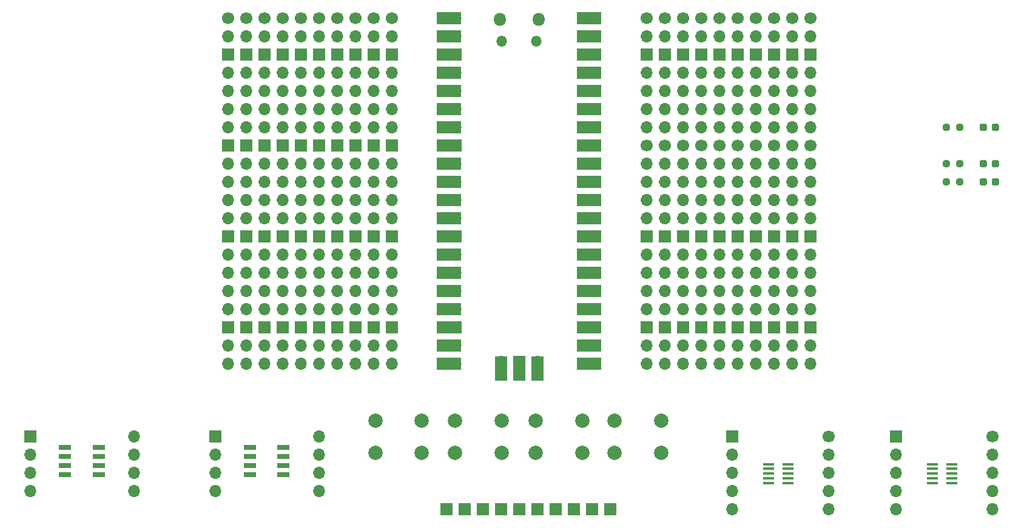
<source format=gbr>
%TF.GenerationSoftware,KiCad,Pcbnew,7.0.5-7.0.5~ubuntu22.04.1*%
%TF.CreationDate,2023-07-14T20:09:26+02:00*%
%TF.ProjectId,pico_breakout,7069636f-5f62-4726-9561-6b6f75742e6b,rev?*%
%TF.SameCoordinates,Original*%
%TF.FileFunction,Soldermask,Top*%
%TF.FilePolarity,Negative*%
%FSLAX46Y46*%
G04 Gerber Fmt 4.6, Leading zero omitted, Abs format (unit mm)*
G04 Created by KiCad (PCBNEW 7.0.5-7.0.5~ubuntu22.04.1) date 2023-07-14 20:09:26*
%MOMM*%
%LPD*%
G01*
G04 APERTURE LIST*
G04 Aperture macros list*
%AMRoundRect*
0 Rectangle with rounded corners*
0 $1 Rounding radius*
0 $2 $3 $4 $5 $6 $7 $8 $9 X,Y pos of 4 corners*
0 Add a 4 corners polygon primitive as box body*
4,1,4,$2,$3,$4,$5,$6,$7,$8,$9,$2,$3,0*
0 Add four circle primitives for the rounded corners*
1,1,$1+$1,$2,$3*
1,1,$1+$1,$4,$5*
1,1,$1+$1,$6,$7*
1,1,$1+$1,$8,$9*
0 Add four rect primitives between the rounded corners*
20,1,$1+$1,$2,$3,$4,$5,0*
20,1,$1+$1,$4,$5,$6,$7,0*
20,1,$1+$1,$6,$7,$8,$9,0*
20,1,$1+$1,$8,$9,$2,$3,0*%
G04 Aperture macros list end*
%ADD10R,1.700000X1.700000*%
%ADD11R,1.780000X0.720000*%
%ADD12O,1.700000X1.700000*%
%ADD13O,1.800000X1.800000*%
%ADD14O,1.500000X1.500000*%
%ADD15R,3.500000X1.700000*%
%ADD16R,1.700000X3.500000*%
%ADD17RoundRect,0.237500X0.287500X0.237500X-0.287500X0.237500X-0.287500X-0.237500X0.287500X-0.237500X0*%
%ADD18RoundRect,0.237500X-0.250000X-0.237500X0.250000X-0.237500X0.250000X0.237500X-0.250000X0.237500X0*%
%ADD19C,1.700000*%
%ADD20C,2.000000*%
%ADD21R,1.560000X0.400000*%
G04 APERTURE END LIST*
D10*
%TO.C,SO-8*%
X84582000Y-93980000D03*
D11*
X89422534Y-95509929D03*
D12*
X84582000Y-96520000D03*
D11*
X89422534Y-96779929D03*
D12*
X84582000Y-99060000D03*
D11*
X89422534Y-98049929D03*
D12*
X84582000Y-101600000D03*
D11*
X89422534Y-99319929D03*
X94102534Y-99319929D03*
D12*
X99060000Y-101600000D03*
D11*
X94102534Y-98049929D03*
D12*
X99060000Y-99060000D03*
D11*
X94102534Y-96779929D03*
D12*
X99060000Y-96520000D03*
D11*
X94102534Y-95509929D03*
D12*
X99060000Y-93980000D03*
%TD*%
D13*
%TO.C,U1*%
X124275000Y-35690000D03*
D14*
X124575000Y-38720000D03*
X129425000Y-38720000D03*
D13*
X129725000Y-35690000D03*
D12*
X118110000Y-35560000D03*
D15*
X117210000Y-35560000D03*
D12*
X118110000Y-38100000D03*
D15*
X117210000Y-38100000D03*
D10*
X118110000Y-40640000D03*
D15*
X117210000Y-40640000D03*
D12*
X118110000Y-43180000D03*
D15*
X117210000Y-43180000D03*
D12*
X118110000Y-45720000D03*
D15*
X117210000Y-45720000D03*
D12*
X118110000Y-48260000D03*
D15*
X117210000Y-48260000D03*
D12*
X118110000Y-50800000D03*
D15*
X117210000Y-50800000D03*
D10*
X118110000Y-53340000D03*
D15*
X117210000Y-53340000D03*
D12*
X118110000Y-55880000D03*
D15*
X117210000Y-55880000D03*
D12*
X118110000Y-58420000D03*
D15*
X117210000Y-58420000D03*
D12*
X118110000Y-60960000D03*
D15*
X117210000Y-60960000D03*
D12*
X118110000Y-63500000D03*
D15*
X117210000Y-63500000D03*
D10*
X118110000Y-66040000D03*
D15*
X117210000Y-66040000D03*
D12*
X118110000Y-68580000D03*
D15*
X117210000Y-68580000D03*
D12*
X118110000Y-71120000D03*
D15*
X117210000Y-71120000D03*
D12*
X118110000Y-73660000D03*
D15*
X117210000Y-73660000D03*
D12*
X118110000Y-76200000D03*
D15*
X117210000Y-76200000D03*
D10*
X118110000Y-78740000D03*
D15*
X117210000Y-78740000D03*
D12*
X118110000Y-81280000D03*
D15*
X117210000Y-81280000D03*
D12*
X118110000Y-83820000D03*
D15*
X117210000Y-83820000D03*
D12*
X135890000Y-83820000D03*
D15*
X136790000Y-83820000D03*
D12*
X135890000Y-81280000D03*
D15*
X136790000Y-81280000D03*
D10*
X135890000Y-78740000D03*
D15*
X136790000Y-78740000D03*
D12*
X135890000Y-76200000D03*
D15*
X136790000Y-76200000D03*
D12*
X135890000Y-73660000D03*
D15*
X136790000Y-73660000D03*
D12*
X135890000Y-71120000D03*
D15*
X136790000Y-71120000D03*
D12*
X135890000Y-68580000D03*
D15*
X136790000Y-68580000D03*
D10*
X135890000Y-66040000D03*
D15*
X136790000Y-66040000D03*
D12*
X135890000Y-63500000D03*
D15*
X136790000Y-63500000D03*
D12*
X135890000Y-60960000D03*
D15*
X136790000Y-60960000D03*
D12*
X135890000Y-58420000D03*
D15*
X136790000Y-58420000D03*
D12*
X135890000Y-55880000D03*
D15*
X136790000Y-55880000D03*
D10*
X135890000Y-53340000D03*
D15*
X136790000Y-53340000D03*
D12*
X135890000Y-50800000D03*
D15*
X136790000Y-50800000D03*
D12*
X135890000Y-48260000D03*
D15*
X136790000Y-48260000D03*
D12*
X135890000Y-45720000D03*
D15*
X136790000Y-45720000D03*
D12*
X135890000Y-43180000D03*
D15*
X136790000Y-43180000D03*
D10*
X135890000Y-40640000D03*
D15*
X136790000Y-40640000D03*
D12*
X135890000Y-38100000D03*
D15*
X136790000Y-38100000D03*
D12*
X135890000Y-35560000D03*
D15*
X136790000Y-35560000D03*
D12*
X124460000Y-83590000D03*
D16*
X124460000Y-84490000D03*
D10*
X127000000Y-83590000D03*
D16*
X127000000Y-84490000D03*
D12*
X129540000Y-83590000D03*
D16*
X129540000Y-84490000D03*
%TD*%
D10*
%TO.C,SO-8*%
X58801000Y-93980000D03*
D11*
X63641534Y-95509929D03*
D12*
X58801000Y-96520000D03*
D11*
X63641534Y-96779929D03*
D12*
X58801000Y-99060000D03*
D11*
X63641534Y-98049929D03*
D12*
X58801000Y-101600000D03*
D11*
X63641534Y-99319929D03*
X68321534Y-99319929D03*
D12*
X73279000Y-101600000D03*
D11*
X68321534Y-98049929D03*
D12*
X73279000Y-99060000D03*
D11*
X68321534Y-96779929D03*
D12*
X73279000Y-96520000D03*
D11*
X68321534Y-95509929D03*
D12*
X73279000Y-93980000D03*
%TD*%
D17*
%TO.C,D2*%
X193520000Y-55880000D03*
X191770000Y-55880000D03*
%TD*%
D18*
%TO.C,R1*%
X186652500Y-58420000D03*
X188477500Y-58420000D03*
%TD*%
D19*
%TO.C,J4*%
X157480000Y-35560000D03*
X160020000Y-35560000D03*
X162560000Y-35560000D03*
X165100000Y-35560000D03*
X167640000Y-35560000D03*
D12*
X157480000Y-38100000D03*
X160020000Y-38100000D03*
X162560000Y-38100000D03*
X165100000Y-38100000D03*
X167640000Y-38100000D03*
D10*
X157480000Y-40640000D03*
X160020000Y-40640000D03*
X162560000Y-40640000D03*
X165100000Y-40640000D03*
X167640000Y-40640000D03*
D12*
X157480000Y-43180000D03*
X160020000Y-43180000D03*
X162560000Y-43180000D03*
X165100000Y-43180000D03*
X167640000Y-43180000D03*
X157480000Y-45720000D03*
X160020000Y-45720000D03*
X162560000Y-45720000D03*
X165100000Y-45720000D03*
X167640000Y-45720000D03*
X157480000Y-48260000D03*
X160020000Y-48260000D03*
X162560000Y-48260000D03*
X165100000Y-48260000D03*
X167640000Y-48260000D03*
X157480000Y-50800000D03*
X160020000Y-50800000D03*
X162560000Y-50800000D03*
X165100000Y-50800000D03*
X167640000Y-50800000D03*
D19*
X157480000Y-53340000D03*
X160020000Y-53340000D03*
X162560000Y-53340000D03*
X165100000Y-53340000D03*
X167640000Y-53340000D03*
D12*
X157480000Y-55880000D03*
X160020000Y-55880000D03*
X162560000Y-55880000D03*
X165100000Y-55880000D03*
X167640000Y-55880000D03*
X157480000Y-58420000D03*
X160020000Y-58420000D03*
X162560000Y-58420000D03*
X165100000Y-58420000D03*
X167640000Y-58420000D03*
X157480000Y-60960000D03*
X160020000Y-60960000D03*
X162560000Y-60960000D03*
X165100000Y-60960000D03*
X167640000Y-60960000D03*
X157480000Y-63500000D03*
X160020000Y-63500000D03*
X162560000Y-63500000D03*
X165100000Y-63500000D03*
X167640000Y-63500000D03*
D10*
X157480000Y-66040000D03*
X160020000Y-66040000D03*
X162560000Y-66040000D03*
X165100000Y-66040000D03*
X167640000Y-66040000D03*
D12*
X157480000Y-68580000D03*
X160020000Y-68580000D03*
X162560000Y-68580000D03*
X165100000Y-68580000D03*
X167640000Y-68580000D03*
X157480000Y-71120000D03*
X160020000Y-71120000D03*
X162560000Y-71120000D03*
X165100000Y-71120000D03*
X167640000Y-71120000D03*
X157480000Y-73660000D03*
X160020000Y-73660000D03*
X162560000Y-73660000D03*
X165100000Y-73660000D03*
X167640000Y-73660000D03*
X157480000Y-76200000D03*
X160020000Y-76200000D03*
X162560000Y-76200000D03*
X165100000Y-76200000D03*
X167640000Y-76200000D03*
D10*
X157480000Y-78740000D03*
X160020000Y-78740000D03*
X162560000Y-78740000D03*
X165100000Y-78740000D03*
X167640000Y-78740000D03*
D12*
X157480000Y-81280000D03*
X160020000Y-81280000D03*
X162560000Y-81280000D03*
X165100000Y-81280000D03*
X167640000Y-81280000D03*
X157480000Y-83820000D03*
X160020000Y-83820000D03*
X162560000Y-83820000D03*
X165100000Y-83820000D03*
X167640000Y-83820000D03*
%TD*%
D17*
%TO.C,D3*%
X193520000Y-50800000D03*
X191770000Y-50800000D03*
%TD*%
D18*
%TO.C,R3*%
X186652500Y-50800000D03*
X188477500Y-50800000D03*
%TD*%
D19*
%TO.C,J2*%
X144780000Y-35560000D03*
X147320000Y-35560000D03*
X149860000Y-35560000D03*
X152400000Y-35560000D03*
X154940000Y-35560000D03*
D12*
X144780000Y-38100000D03*
X147320000Y-38100000D03*
X149860000Y-38100000D03*
X152400000Y-38100000D03*
X154940000Y-38100000D03*
D10*
X144780000Y-40640000D03*
X147320000Y-40640000D03*
X149860000Y-40640000D03*
X152400000Y-40640000D03*
X154940000Y-40640000D03*
D12*
X144780000Y-43180000D03*
X147320000Y-43180000D03*
X149860000Y-43180000D03*
X152400000Y-43180000D03*
X154940000Y-43180000D03*
X144780000Y-45720000D03*
X147320000Y-45720000D03*
X149860000Y-45720000D03*
X152400000Y-45720000D03*
X154940000Y-45720000D03*
X144780000Y-48260000D03*
X147320000Y-48260000D03*
X149860000Y-48260000D03*
X152400000Y-48260000D03*
X154940000Y-48260000D03*
X144780000Y-50800000D03*
X147320000Y-50800000D03*
X149860000Y-50800000D03*
X152400000Y-50800000D03*
X154940000Y-50800000D03*
D19*
X144780000Y-53340000D03*
X147320000Y-53340000D03*
X149860000Y-53340000D03*
X152400000Y-53340000D03*
X154940000Y-53340000D03*
D12*
X144780000Y-55880000D03*
X147320000Y-55880000D03*
X149860000Y-55880000D03*
X152400000Y-55880000D03*
X154940000Y-55880000D03*
X144780000Y-58420000D03*
X147320000Y-58420000D03*
X149860000Y-58420000D03*
X152400000Y-58420000D03*
X154940000Y-58420000D03*
X144780000Y-60960000D03*
X147320000Y-60960000D03*
X149860000Y-60960000D03*
X152400000Y-60960000D03*
X154940000Y-60960000D03*
X144780000Y-63500000D03*
X147320000Y-63500000D03*
X149860000Y-63500000D03*
X152400000Y-63500000D03*
X154940000Y-63500000D03*
D10*
X144780000Y-66040000D03*
X147320000Y-66040000D03*
X149860000Y-66040000D03*
X152400000Y-66040000D03*
X154940000Y-66040000D03*
D12*
X144780000Y-68580000D03*
X147320000Y-68580000D03*
X149860000Y-68580000D03*
X152400000Y-68580000D03*
X154940000Y-68580000D03*
X144780000Y-71120000D03*
X147320000Y-71120000D03*
X149860000Y-71120000D03*
X152400000Y-71120000D03*
X154940000Y-71120000D03*
X144780000Y-73660000D03*
X147320000Y-73660000D03*
X149860000Y-73660000D03*
X152400000Y-73660000D03*
X154940000Y-73660000D03*
X144780000Y-76200000D03*
X147320000Y-76200000D03*
X149860000Y-76200000D03*
X152400000Y-76200000D03*
X154940000Y-76200000D03*
D10*
X144780000Y-78740000D03*
X147320000Y-78740000D03*
X149860000Y-78740000D03*
X152400000Y-78740000D03*
X154940000Y-78740000D03*
D12*
X144780000Y-81280000D03*
X147320000Y-81280000D03*
X149860000Y-81280000D03*
X152400000Y-81280000D03*
X154940000Y-81280000D03*
X144780000Y-83820000D03*
X147320000Y-83820000D03*
X149860000Y-83820000D03*
X152400000Y-83820000D03*
X154940000Y-83820000D03*
%TD*%
D19*
%TO.C,J3*%
X86360000Y-35560000D03*
X88900000Y-35560000D03*
X91440000Y-35560000D03*
X93980000Y-35560000D03*
X96520000Y-35560000D03*
D12*
X86360000Y-38100000D03*
X88900000Y-38100000D03*
X91440000Y-38100000D03*
X93980000Y-38100000D03*
X96520000Y-38100000D03*
D10*
X86360000Y-40640000D03*
X88900000Y-40640000D03*
X91440000Y-40640000D03*
X93980000Y-40640000D03*
X96520000Y-40640000D03*
D12*
X86360000Y-43180000D03*
X88900000Y-43180000D03*
X91440000Y-43180000D03*
X93980000Y-43180000D03*
X96520000Y-43180000D03*
X86360000Y-45720000D03*
X88900000Y-45720000D03*
X91440000Y-45720000D03*
X93980000Y-45720000D03*
X96520000Y-45720000D03*
X86360000Y-48260000D03*
X88900000Y-48260000D03*
X91440000Y-48260000D03*
X93980000Y-48260000D03*
X96520000Y-48260000D03*
X86360000Y-50800000D03*
X88900000Y-50800000D03*
X91440000Y-50800000D03*
X93980000Y-50800000D03*
X96520000Y-50800000D03*
D10*
X86360000Y-53340000D03*
X88900000Y-53340000D03*
X91440000Y-53340000D03*
X93980000Y-53340000D03*
X96520000Y-53340000D03*
D12*
X86360000Y-55880000D03*
X88900000Y-55880000D03*
X91440000Y-55880000D03*
X93980000Y-55880000D03*
X96520000Y-55880000D03*
X86360000Y-58420000D03*
X88900000Y-58420000D03*
X91440000Y-58420000D03*
X93980000Y-58420000D03*
X96520000Y-58420000D03*
X86360000Y-60960000D03*
X88900000Y-60960000D03*
X91440000Y-60960000D03*
X93980000Y-60960000D03*
X96520000Y-60960000D03*
X86360000Y-63500000D03*
X88900000Y-63500000D03*
X91440000Y-63500000D03*
X93980000Y-63500000D03*
X96520000Y-63500000D03*
D10*
X86360000Y-66040000D03*
X88900000Y-66040000D03*
X91440000Y-66040000D03*
X93980000Y-66040000D03*
X96520000Y-66040000D03*
D12*
X86360000Y-68580000D03*
X88900000Y-68580000D03*
X91440000Y-68580000D03*
X93980000Y-68580000D03*
X96520000Y-68580000D03*
X86360000Y-71120000D03*
X88900000Y-71120000D03*
X91440000Y-71120000D03*
X93980000Y-71120000D03*
X96520000Y-71120000D03*
X86360000Y-73660000D03*
X88900000Y-73660000D03*
X91440000Y-73660000D03*
X93980000Y-73660000D03*
X96520000Y-73660000D03*
X86360000Y-76200000D03*
X88900000Y-76200000D03*
X91440000Y-76200000D03*
X93980000Y-76200000D03*
X96520000Y-76200000D03*
D10*
X86360000Y-78740000D03*
X88900000Y-78740000D03*
X91440000Y-78740000D03*
X93980000Y-78740000D03*
X96520000Y-78740000D03*
D12*
X86360000Y-81280000D03*
X88900000Y-81280000D03*
X91440000Y-81280000D03*
X93980000Y-81280000D03*
X96520000Y-81280000D03*
X86360000Y-83820000D03*
X88900000Y-83820000D03*
X91440000Y-83820000D03*
X93980000Y-83820000D03*
X96520000Y-83820000D03*
%TD*%
D20*
%TO.C,SW1*%
X106915524Y-91730000D03*
X113415524Y-91730000D03*
X106915524Y-96230000D03*
X113415524Y-96230000D03*
%TD*%
%TO.C,SW2*%
X118065524Y-91730000D03*
X124565524Y-91730000D03*
X118065524Y-96230000D03*
X124565524Y-96230000D03*
%TD*%
%TO.C,SW4*%
X140315524Y-91730000D03*
X146815524Y-91730000D03*
X140315524Y-96230000D03*
X146815524Y-96230000D03*
%TD*%
D10*
%TO.C,SOT-32-10*%
X156740000Y-93980000D03*
D21*
X161820000Y-97837452D03*
D12*
X156740000Y-96520000D03*
D21*
X161820000Y-98487452D03*
D12*
X156740000Y-99060000D03*
D21*
X161820000Y-99147452D03*
D12*
X156740000Y-101600000D03*
D21*
X161820000Y-99797452D03*
D12*
X156740000Y-104140000D03*
D21*
X161820000Y-100442452D03*
X164520000Y-100442452D03*
D12*
X170180000Y-104140000D03*
D21*
X164520000Y-99797452D03*
D12*
X170180000Y-101600000D03*
D21*
X164520000Y-99147452D03*
D12*
X170180000Y-99060000D03*
D21*
X164520000Y-98487452D03*
D12*
X170180000Y-96520000D03*
D21*
X164520000Y-97837452D03*
D19*
X170180000Y-93980000D03*
%TD*%
%TO.C,J1*%
X99060000Y-35560000D03*
X101600000Y-35560000D03*
X104140000Y-35560000D03*
X106680000Y-35560000D03*
X109220000Y-35560000D03*
D12*
X99060000Y-38100000D03*
X101600000Y-38100000D03*
X104140000Y-38100000D03*
X106680000Y-38100000D03*
X109220000Y-38100000D03*
D10*
X99060000Y-40640000D03*
X101600000Y-40640000D03*
X104140000Y-40640000D03*
X106680000Y-40640000D03*
X109220000Y-40640000D03*
D12*
X99060000Y-43180000D03*
X101600000Y-43180000D03*
X104140000Y-43180000D03*
X106680000Y-43180000D03*
X109220000Y-43180000D03*
X99060000Y-45720000D03*
X101600000Y-45720000D03*
X104140000Y-45720000D03*
X106680000Y-45720000D03*
X109220000Y-45720000D03*
X99060000Y-48260000D03*
X101600000Y-48260000D03*
X104140000Y-48260000D03*
X106680000Y-48260000D03*
X109220000Y-48260000D03*
X99060000Y-50800000D03*
X101600000Y-50800000D03*
X104140000Y-50800000D03*
X106680000Y-50800000D03*
X109220000Y-50800000D03*
D10*
X99060000Y-53340000D03*
X101600000Y-53340000D03*
X104140000Y-53340000D03*
X106680000Y-53340000D03*
X109220000Y-53340000D03*
D12*
X99060000Y-55880000D03*
X101600000Y-55880000D03*
X104140000Y-55880000D03*
X106680000Y-55880000D03*
X109220000Y-55880000D03*
X99060000Y-58420000D03*
X101600000Y-58420000D03*
X104140000Y-58420000D03*
X106680000Y-58420000D03*
X109220000Y-58420000D03*
X99060000Y-60960000D03*
X101600000Y-60960000D03*
X104140000Y-60960000D03*
X106680000Y-60960000D03*
X109220000Y-60960000D03*
X99060000Y-63500000D03*
X101600000Y-63500000D03*
X104140000Y-63500000D03*
X106680000Y-63500000D03*
X109220000Y-63500000D03*
D10*
X99060000Y-66040000D03*
X101600000Y-66040000D03*
X104140000Y-66040000D03*
X106680000Y-66040000D03*
X109220000Y-66040000D03*
D12*
X99060000Y-68580000D03*
X101600000Y-68580000D03*
X104140000Y-68580000D03*
X106680000Y-68580000D03*
X109220000Y-68580000D03*
X99060000Y-71120000D03*
X101600000Y-71120000D03*
X104140000Y-71120000D03*
X106680000Y-71120000D03*
X109220000Y-71120000D03*
X99060000Y-73660000D03*
X101600000Y-73660000D03*
X104140000Y-73660000D03*
X106680000Y-73660000D03*
X109220000Y-73660000D03*
X99060000Y-76200000D03*
X101600000Y-76200000D03*
X104140000Y-76200000D03*
X106680000Y-76200000D03*
X109220000Y-76200000D03*
D10*
X99060000Y-78740000D03*
X101600000Y-78740000D03*
X104140000Y-78740000D03*
X106680000Y-78740000D03*
X109220000Y-78740000D03*
D12*
X99060000Y-81280000D03*
X101600000Y-81280000D03*
X104140000Y-81280000D03*
X106680000Y-81280000D03*
X109220000Y-81280000D03*
X99060000Y-83820000D03*
X101600000Y-83820000D03*
X104140000Y-83820000D03*
X106680000Y-83820000D03*
X109220000Y-83820000D03*
%TD*%
D10*
%TO.C,REF\u002A\u002A*%
X116840000Y-104140000D03*
X119380000Y-104140000D03*
X121920000Y-104140000D03*
X124460000Y-104140000D03*
X127000000Y-104140000D03*
X129540000Y-104140000D03*
X132080000Y-104140000D03*
X134620000Y-104140000D03*
X137160000Y-104140000D03*
X139700000Y-104140000D03*
%TD*%
D20*
%TO.C,SW3*%
X129315524Y-91730000D03*
X135815524Y-91730000D03*
X129315524Y-96230000D03*
X135815524Y-96230000D03*
%TD*%
D18*
%TO.C,R2*%
X186652500Y-55880000D03*
X188477500Y-55880000D03*
%TD*%
D17*
%TO.C,D1*%
X193520000Y-58420000D03*
X191770000Y-58420000D03*
%TD*%
D10*
%TO.C,SOT-32-10*%
X179600000Y-93980000D03*
D21*
X184680000Y-97837452D03*
D12*
X179600000Y-96520000D03*
D21*
X184680000Y-98487452D03*
D12*
X179600000Y-99060000D03*
D21*
X184680000Y-99147452D03*
D12*
X179600000Y-101600000D03*
D21*
X184680000Y-99797452D03*
D12*
X179600000Y-104140000D03*
D21*
X184680000Y-100442452D03*
X187380000Y-100442452D03*
D12*
X193040000Y-104140000D03*
D21*
X187380000Y-99797452D03*
D12*
X193040000Y-101600000D03*
D21*
X187380000Y-99147452D03*
D12*
X193040000Y-99060000D03*
D21*
X187380000Y-98487452D03*
D12*
X193040000Y-96520000D03*
D21*
X187380000Y-97837452D03*
D19*
X193040000Y-93980000D03*
%TD*%
M02*

</source>
